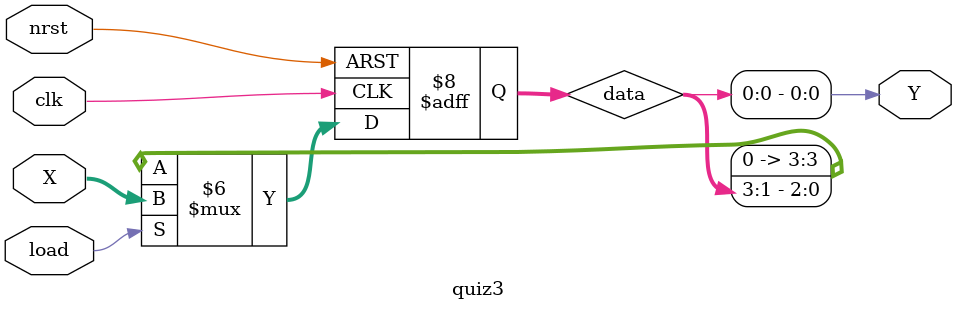
<source format=v>
module quiz3(clk, nrst, load, X, Y);

input clk, nrst, load;
input [3:0] X;
output Y;
reg [3:0] data;

assign Y = data[0];

always @(posedge clk, negedge nrst) begin
	if(!nrst) begin
		data <= 0;
	end
	else begin
		if(load == 1'b1) data <= X;
		else begin
			data <= (data >> 1);
		end
	end
end

endmodule
</source>
